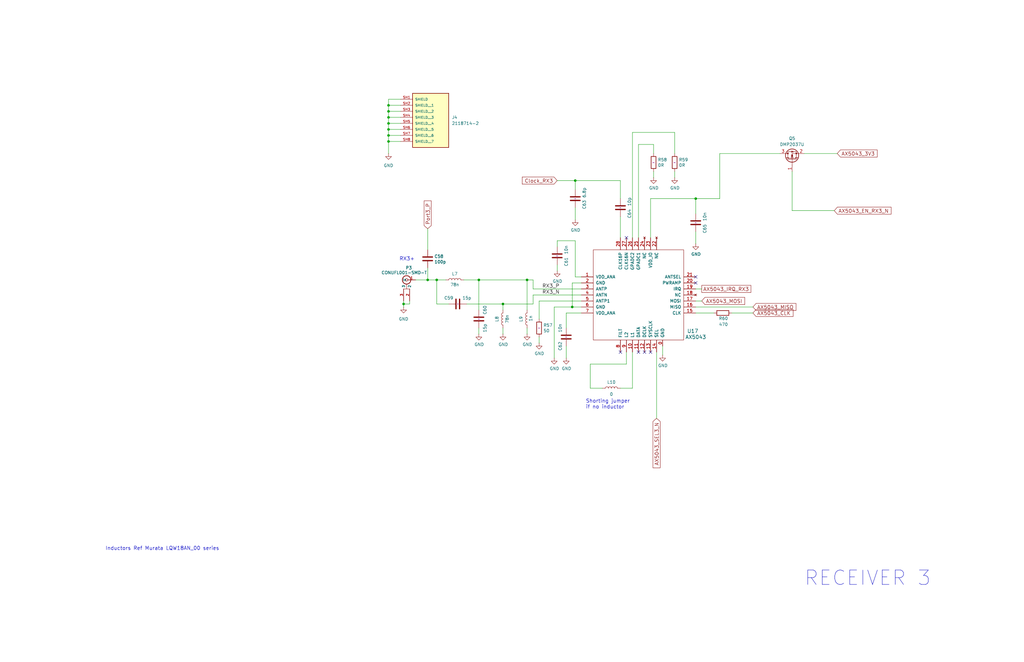
<source format=kicad_sch>
(kicad_sch (version 20250114) (generator "eeschema") (generator_version "9.0")
  (paper "USLedger")
  (title_block (title "Radiation Tolerant PacSat Communication") (date "2023-06-17") (rev "A") (company "AMSAT-NA") (comment 1 "N5BRG"))
  (lib_symbols
    (symbol "Device:C" (pin_numbers (hide yes)) (pin_names (offset 0.254))
      (property "Reference" "C" (at 0.635 2.54 0))
      (property "Value" "C" (at 0.635 -2.54 0))
      (symbol "C_0_1"
        (polyline (pts (xy -2.032 0.762) (xy 2.032 0.762)) (stroke (width 0.508)))
        (polyline (pts (xy -2.032 -0.762) (xy 2.032 -0.762)) (stroke (width 0.508)))
      )
      (symbol "C_1_1"
        (pin passive line (at 0 3.81 270) (length 2.794) (name "~") (number "1"))
        (pin passive line (at 0 -3.81 90) (length 2.794) (name "~") (number "2"))
      )
    )
    (symbol "Device:L" (pin_numbers (hide yes)) (pin_names (offset 1.016) (hide yes))
      (property "Reference" "L" (at -1.27 0 90))
      (property "Value" "L" (at 1.905 0 90))
      (symbol "L_0_1"
        (arc (start 0 2.54) (mid 0.6323 1.905) (end 0 1.27))
        (arc (start 0 1.27) (mid 0.6323 0.635) (end 0 0))
        (arc (start 0 0) (mid 0.6323 -0.635) (end 0 -1.27))
        (arc (start 0 -1.27) (mid 0.6323 -1.905) (end 0 -2.54))
      )
      (symbol "L_1_1"
        (pin passive line (at 0 3.81 270) (length 1.27) (name "1") (number "1"))
        (pin passive line (at 0 -3.81 90) (length 1.27) (name "2") (number "2"))
      )
    )
    (symbol "Device:R" (pin_numbers (hide yes)) (pin_names (offset 0))
      (property "Reference" "R" (at 2.032 0 90))
      (property "Value" "R" (at 0 0 90))
      (symbol "R_0_1"
        (rectangle (start -1.016 -2.54) (end 1.016 2.54) (stroke (width 0.254)))
      )
      (symbol "R_1_1"
        (pin passive line (at 0 3.81 270) (length 1.27) (name "~") (number "1"))
        (pin passive line (at 0 -3.81 90) (length 1.27) (name "~") (number "2"))
      )
    )
    (symbol "PACSAT_DEV_misc:2118714-2" (pin_names (offset 1.016))
      (property "Reference" "J" (at -7.62 3.302 0))
      (property "Value" "2118714-2" (at -7.62 -22.86 0))
      (symbol "2118714-2_0_0"
        (rectangle (start -7.62 -20.32) (end 7.62 2.54) (stroke (width 0.254)) (fill (type background)))
        (pin passive line (at -12.7 0 0) (length 5.08) (name "SHIELD") (number "SH1"))
        (pin passive line (at -12.7 -2.54 0) (length 5.08) (name "SHIELD__1") (number "SH2"))
        (pin passive line (at -12.7 -5.08 0) (length 5.08) (name "SHIELD__2") (number "SH3"))
        (pin passive line (at -12.7 -7.62 0) (length 5.08) (name "SHIELD__3") (number "SH4"))
        (pin passive line (at -12.7 -10.16 0) (length 5.08) (name "SHIELD__4") (number "SH5"))
        (pin passive line (at -12.7 -12.7 0) (length 5.08) (name "SHIELD__5") (number "SH6"))
        (pin passive line (at -12.7 -15.24 0) (length 5.08) (name "SHIELD__6") (number "SH7"))
        (pin passive line (at -12.7 -17.78 0) (length 5.08) (name "SHIELD__7") (number "SH8"))
      )
    )
    (symbol "PACSAT_DEV_misc:AX5043" (pin_names (offset 1.016))
      (property "Reference" "U156" (at 16.51 -21.59 0))
      (property "Value" "AX5043" (at -5.08 0 0))
      (symbol "AX5043_0_1"
        (rectangle (start -19.05 19.05) (end 19.05 -19.05))
      )
      (symbol "AX5043_1_1"
        (pin passive line (at -24.13 7.62 0) (length 5.08) (name "VDD_ANA") (number "1"))
        (pin input line (at -24.13 5.08 0) (length 5.08) (name "GND") (number "2"))
        (pin bidirectional line (at -24.13 2.54 0) (length 5.08) (name "ANTP") (number "3"))
        (pin bidirectional line (at -24.13 0 0) (length 5.08) (name "ANTN") (number "4"))
        (pin output line (at -24.13 -2.54 0) (length 5.08) (name "ANTP1") (number "5"))
        (pin input line (at -24.13 -5.08 0) (length 5.08) (name "GND") (number "6"))
        (pin passive line (at -24.13 -7.62 0) (length 5.08) (name "VDD_ANA") (number "7"))
        (pin passive line (at -7.62 24.13 270) (length 5.08) (name "CLK16P") (number "28"))
        (pin passive line (at -7.62 -24.13 90) (length 5.08) (name "FILT") (number "8"))
        (pin passive line (at -5.08 24.13 270) (length 5.08) (name "CLK16N") (number "27"))
        (pin passive line (at -5.08 -24.13 90) (length 5.08) (name "L2") (number "9"))
        (pin input line (at -2.54 24.13 270) (length 5.08) (name "GPADC2") (number "26"))
        (pin passive line (at -2.54 -24.13 90) (length 5.08) (name "L1") (number "10"))
        (pin input line (at 0 24.13 270) (length 5.08) (name "GPADC1") (number "25"))
        (pin input line (at 0 -24.13 90) (length 5.08) (name "DATA") (number "11"))
        (pin no_connect line (at 2.54 24.13 270) (length 5.08) (name "NC") (number "24"))
        (pin input line (at 2.54 -24.13 90) (length 5.08) (name "DCLK") (number "12"))
        (pin passive line (at 5.08 24.13 270) (length 5.08) (name "VDD_IO") (number "23"))
        (pin output line (at 5.08 -24.13 90) (length 5.08) (name "SYSCLK") (number "13"))
        (pin no_connect line (at 7.62 24.13 270) (length 5.08) (name "NC") (number "22"))
        (pin input line (at 7.62 -24.13 90) (length 5.08) (name "SEL") (number "14"))
        (pin power_in line (at 10.16 -21.59 90) (length 2.54) (name "GND") (number "0"))
        (pin output line (at 24.13 7.62 180) (length 5.08) (name "ANTSEL") (number "21"))
        (pin output line (at 24.13 5.08 180) (length 5.08) (name "PWRAMP") (number "20"))
        (pin output line (at 24.13 2.54 180) (length 5.08) (name "IRQ") (number "19"))
        (pin no_connect line (at 24.13 0 180) (length 5.08) (name "NC") (number "18"))
        (pin input line (at 24.13 -2.54 180) (length 5.08) (name "MOSI") (number "17"))
        (pin tri_state line (at 24.13 -5.08 180) (length 5.08) (name "MISO") (number "16"))
        (pin input line (at 24.13 -7.62 180) (length 5.08) (name "CLK") (number "15"))
      )
    )
    (symbol "PACSAT_DEV_misc:U_FL"
      (property "Reference" "U" (at -3.81 2.54 0))
      (symbol "U_FL_0_1"
        (polyline (pts (xy -1.27 -3.81) (xy 1.27 -3.81)))
        (circle (center 0 0) (radius 0.508) (stroke (width 0.2032)))
        (circle (center 0 0) (radius 1.778) (stroke (width 0.3048)))
        (polyline (pts (xy 0 -3.81) (xy 0 -1.778)))
      )
      (symbol "U_FL_1_1"
        (pin bidirectional line (at -3.81 0 0) (length 3.302) (name "In") (number "1"))
        (pin power_in line (at -1.27 -8.89 90) (length 5.08) (name "2") (number "2"))
        (pin power_in line (at 1.27 -8.89 90) (length 5.08) (name "3") (number "3"))
      )
    )
    (symbol "Transistor_FET:Q_PMOS_GSD" (pin_names (offset 0) (hide yes))
      (property "Reference" "Q" (at 5.08 1.905 0))
      (property "Value" "Q_PMOS_GSD" (at 5.08 0 0))
      (symbol "Q_PMOS_GSD_0_1"
        (polyline (pts (xy 0.254 1.905) (xy 0.254 -1.905)) (stroke (width 0.254)))
        (polyline (pts (xy 0.254 0) (xy -2.54 0)))
        (polyline (pts (xy 0.762 2.286) (xy 0.762 1.27)) (stroke (width 0.254)))
        (polyline (pts (xy 0.762 1.778) (xy 3.302 1.778) (xy 3.302 -1.778) (xy 0.762 -1.778)))
        (polyline (pts (xy 0.762 0.508) (xy 0.762 -0.508)) (stroke (width 0.254)))
        (polyline (pts (xy 0.762 -1.27) (xy 0.762 -2.286)) (stroke (width 0.254)))
        (circle (center 1.651 0) (radius 2.794) (stroke (width 0.254)))
        (polyline (pts (xy 2.286 0) (xy 1.27 0.381) (xy 1.27 -0.381) (xy 2.286 0)) (fill (type outline)))
        (polyline (pts (xy 2.54 2.54) (xy 2.54 1.778)))
        (circle (center 2.54 1.778) (radius 0.254) (fill (type outline)))
        (circle (center 2.54 -1.778) (radius 0.254) (fill (type outline)))
        (polyline (pts (xy 2.54 -2.54) (xy 2.54 0) (xy 0.762 0)))
        (polyline (pts (xy 2.921 -0.381) (xy 3.683 -0.381)))
        (polyline (pts (xy 3.302 -0.381) (xy 2.921 0.254) (xy 3.683 0.254) (xy 3.302 -0.381)))
      )
      (symbol "Q_PMOS_GSD_1_1"
        (pin input line (at -5.08 0 0) (length 2.54) (name "G") (number "1"))
        (pin passive line (at 2.54 5.08 270) (length 2.54) (name "D") (number "3"))
        (pin passive line (at 2.54 -5.08 90) (length 2.54) (name "S") (number "2"))
      )
    )
    (symbol "power:GND" (power) (pin_numbers (hide yes)) (pin_names (offset 0) (hide yes))
      (property "Value" "GND" (at 0 -3.81 0))
      (symbol "GND_0_1"
        (polyline (pts (xy 0 0) (xy 0 -1.27) (xy 1.27 -1.27) (xy 0 -2.54) (xy -1.27 -1.27) (xy 0 -1.27)))
      )
      (symbol "GND_1_1"
        (pin power_in line (at 0 0 270) (length 0) (name "~") (number "1"))
      )
    )
  )
  (text "RECEIVER 3" (at 339.09 247.65 0) (effects (font (size 6.096 6.096)) (justify left bottom)))
  (text "Shorting jumper\nif no inductor" (at 247.015 172.72 0) (effects (font (size 1.524 1.524)) (justify left bottom)))
  (text "Inductors Ref Murata LQW18AN_00 series" (at 44.45 232.41 0) (effects (font (size 1.524 1.524)) (justify left bottom)))
  (text "RX3+" (at 168.402 110.236 0) (effects (font (size 1.524 1.524)) (justify left bottom)))
  (junction (at 180.34 118.11))
  (junction (at 222.25 118.11))
  (junction (at 184.15 118.11))
  (junction (at 201.93 118.11))
  (junction (at 163.83 59.69))
  (junction (at 163.83 54.61))
  (junction (at 241.3 129.54))
  (junction (at 242.57 76.2))
  (junction (at 163.83 52.07))
  (junction (at 163.83 49.53))
  (junction (at 163.83 46.99))
  (junction (at 163.83 44.45))
  (junction (at 163.83 57.15))
  (junction (at 170.18 128.27))
  (junction (at 212.09 128.27))
  (junction (at 293.37 83.82))
  (no_connect (at 271.78 148.59))
  (no_connect (at 261.62 148.59))
  (no_connect (at 264.16 100.33))
  (no_connect (at 293.37 116.84))
  (no_connect (at 274.32 148.59))
  (no_connect (at 269.24 148.59))
  (no_connect (at 293.37 119.38))
  (wire (pts (xy 242.57 116.84) (xy 242.57 101.6)))
  (wire (pts (xy 269.24 60.96) (xy 275.59 60.96)))
  (wire (pts (xy 242.57 87.63) (xy 242.57 92.71)))
  (wire (pts (xy 227.33 127) (xy 227.33 134.62)))
  (wire (pts (xy 201.93 118.11) (xy 222.25 118.11)))
  (wire (pts (xy 293.37 83.82) (xy 303.53 83.82)))
  (wire (pts (xy 184.15 128.27) (xy 184.15 118.11)))
  (wire (pts (xy 245.11 116.84) (xy 242.57 116.84)))
  (wire (pts (xy 284.48 55.88) (xy 284.48 64.77)))
  (wire (pts (xy 303.53 64.77) (xy 328.93 64.77)))
  (wire (pts (xy 224.79 118.11) (xy 224.79 121.92)))
  (wire (pts (xy 261.62 163.83) (xy 266.7 163.83)))
  (wire (pts (xy 163.83 57.15) (xy 163.83 59.69)))
  (wire (pts (xy 175.26 118.11) (xy 180.34 118.11)))
  (wire (pts (xy 261.62 91.44) (xy 261.62 100.33)))
  (wire (pts (xy 261.62 76.2) (xy 242.57 76.2)))
  (wire (pts (xy 303.53 64.77) (xy 303.53 83.82)))
  (wire (pts (xy 163.83 44.45) (xy 168.91 44.45)))
  (wire (pts (xy 163.83 52.07) (xy 163.83 54.61)))
  (wire (pts (xy 233.68 151.13) (xy 233.68 129.54)))
  (wire (pts (xy 238.76 132.08) (xy 238.76 138.43)))
  (wire (pts (xy 234.95 111.76) (xy 234.95 114.3)))
  (wire (pts (xy 264.16 153.67) (xy 248.92 153.67)))
  (wire (pts (xy 293.37 90.17) (xy 293.37 83.82)))
  (wire (pts (xy 163.83 44.45) (xy 163.83 46.99)))
  (wire (pts (xy 261.62 76.2) (xy 261.62 83.82)))
  (wire (pts (xy 222.25 118.11) (xy 222.25 130.81)))
  (wire (pts (xy 224.79 128.27) (xy 224.79 124.46)))
  (wire (pts (xy 222.25 118.11) (xy 224.79 118.11)))
  (wire (pts (xy 234.95 101.6) (xy 234.95 104.14)))
  (wire (pts (xy 163.83 49.53) (xy 163.83 52.07)))
  (wire (pts (xy 163.83 46.99) (xy 168.91 46.99)))
  (wire (pts (xy 269.24 60.96) (xy 269.24 100.33)))
  (wire (pts (xy 180.34 118.11) (xy 184.15 118.11)))
  (wire (pts (xy 163.83 54.61) (xy 163.83 57.15)))
  (wire (pts (xy 163.83 54.61) (xy 168.91 54.61)))
  (wire (pts (xy 266.7 148.59) (xy 266.7 163.83)))
  (wire (pts (xy 170.18 127) (xy 170.18 128.27)))
  (wire (pts (xy 212.09 138.43) (xy 212.09 140.97)))
  (wire (pts (xy 170.18 128.27) (xy 172.72 128.27)))
  (wire (pts (xy 212.09 128.27) (xy 212.09 130.81)))
  (wire (pts (xy 248.92 153.67) (xy 248.92 163.83)))
  (wire (pts (xy 279.4 146.05) (xy 279.4 149.86)))
  (wire (pts (xy 242.57 101.6) (xy 234.95 101.6)))
  (wire (pts (xy 227.33 142.24) (xy 227.33 144.78)))
  (wire (pts (xy 163.83 49.53) (xy 168.91 49.53)))
  (wire (pts (xy 274.32 83.82) (xy 293.37 83.82)))
  (wire (pts (xy 180.34 96.52) (xy 180.34 105.41)))
  (wire (pts (xy 170.18 128.27) (xy 170.18 129.54)))
  (wire (pts (xy 184.15 118.11) (xy 187.96 118.11)))
  (wire (pts (xy 284.48 72.39) (xy 284.48 74.93)))
  (wire (pts (xy 172.72 127) (xy 172.72 128.27)))
  (wire (pts (xy 163.83 41.91) (xy 163.83 44.45)))
  (wire (pts (xy 201.93 118.11) (xy 201.93 130.81)))
  (wire (pts (xy 293.37 121.92) (xy 295.91 121.92)))
  (wire (pts (xy 227.33 127) (xy 245.11 127)))
  (wire (pts (xy 212.09 128.27) (xy 224.79 128.27)))
  (wire (pts (xy 293.37 127) (xy 295.91 127)))
  (wire (pts (xy 245.11 119.38) (xy 241.3 119.38)))
  (wire (pts (xy 276.86 148.59) (xy 276.86 176.53)))
  (wire (pts (xy 275.59 72.39) (xy 275.59 74.93)))
  (wire (pts (xy 238.76 146.05) (xy 238.76 151.13)))
  (wire (pts (xy 242.57 76.2) (xy 242.57 80.01)))
  (wire (pts (xy 293.37 97.79) (xy 293.37 102.87)))
  (wire (pts (xy 266.7 55.88) (xy 284.48 55.88)))
  (wire (pts (xy 274.32 100.33) (xy 274.32 83.82)))
  (wire (pts (xy 233.68 129.54) (xy 241.3 129.54)))
  (wire (pts (xy 163.83 41.91) (xy 168.91 41.91)))
  (wire (pts (xy 224.79 121.92) (xy 245.11 121.92)))
  (wire (pts (xy 163.83 46.99) (xy 163.83 49.53)))
  (wire (pts (xy 224.79 124.46) (xy 245.11 124.46)))
  (wire (pts (xy 234.95 76.2) (xy 242.57 76.2)))
  (wire (pts (xy 241.3 129.54) (xy 245.11 129.54)))
  (wire (pts (xy 334.01 72.39) (xy 334.01 88.9)))
  (wire (pts (xy 163.83 59.69) (xy 168.91 59.69)))
  (wire (pts (xy 196.85 128.27) (xy 212.09 128.27)))
  (wire (pts (xy 201.93 138.43) (xy 201.93 140.97)))
  (wire (pts (xy 248.92 163.83) (xy 254 163.83)))
  (wire (pts (xy 334.01 88.9) (xy 351.79 88.9)))
  (wire (pts (xy 308.61 132.08) (xy 317.5 132.08)))
  (wire (pts (xy 189.23 128.27) (xy 184.15 128.27)))
  (wire (pts (xy 293.37 132.08) (xy 300.99 132.08)))
  (wire (pts (xy 195.58 118.11) (xy 201.93 118.11)))
  (wire (pts (xy 163.83 57.15) (xy 168.91 57.15)))
  (wire (pts (xy 293.37 129.54) (xy 317.5 129.54)))
  (wire (pts (xy 241.3 119.38) (xy 241.3 129.54)))
  (wire (pts (xy 163.83 59.69) (xy 163.83 64.77)))
  (wire (pts (xy 245.11 132.08) (xy 238.76 132.08)))
  (wire (pts (xy 266.7 55.88) (xy 266.7 100.33)))
  (wire (pts (xy 222.25 138.43) (xy 222.25 140.97)))
  (wire (pts (xy 180.34 113.03) (xy 180.34 118.11)))
  (wire (pts (xy 264.16 148.59) (xy 264.16 153.67)))
  (wire (pts (xy 275.59 60.96) (xy 275.59 64.77)))
  (wire (pts (xy 339.09 64.77) (xy 353.06 64.77)))
  (wire (pts (xy 163.83 52.07) (xy 168.91 52.07)))
  (label "RX3_N" (at 228.6 124.46 0) (effects (font (size 1.524 1.524))))
  (label "RX3_P" (at 228.6 121.92 0) (effects (font (size 1.524 1.524))))
  (global_label "AX5043_SEL3_N" (shape input) (at 276.86 176.53 270) (effects (font (size 1.524 1.524))) (property "Intersheetrefs" "${INTERSHEET_REFS}" (effects (hide yes))))
  (global_label "AX5043_IRQ_RX3" (shape passive) (at 295.91 121.92 0) (effects (font (size 1.524 1.524))) (property "Intersheetrefs" "${INTERSHEET_REFS}" (effects (hide yes))))
  (global_label "Clock_RX3" (shape input) (at 234.95 76.2 180) (effects (font (size 1.524 1.524))) (property "Intersheetrefs" "${INTERSHEET_REFS}" (effects (hide yes))))
  (global_label "AX5043_CLK" (shape input) (at 317.5 132.08 0) (effects (font (size 1.524 1.524))) (property "Intersheetrefs" "${INTERSHEET_REFS}" (effects (hide yes))))
  (global_label "AX5043_MISO" (shape input) (at 317.5 129.54 0) (effects (font (size 1.524 1.524))) (property "Intersheetrefs" "${INTERSHEET_REFS}" (effects (hide yes))))
  (global_label "AX5043_MOSI" (shape input) (at 295.91 127 0) (effects (font (size 1.524 1.524))) (property "Intersheetrefs" "${INTERSHEET_REFS}" (effects (hide yes))))
  (global_label "Port3_P" (shape input) (at 180.34 96.52 90) (effects (font (size 1.524 1.524))) (property "Intersheetrefs" "${INTERSHEET_REFS}" (effects (hide yes))))
  (global_label "AX5043_3V3" (shape input) (at 353.06 64.77 0) (effects (font (size 1.524 1.524))) (property "Intersheetrefs" "${INTERSHEET_REFS}" (effects (hide yes))))
  (global_label "AX5043_EN_RX3_N" (shape input) (at 351.79 88.9 0) (effects (font (size 1.524 1.524))) (property "Intersheetrefs" "${INTERSHEET_REFS}" (effects (hide yes))))
  (symbol (lib_id "power:GND") (at 163.83 64.77 0) (unit 1)
    (property "Reference" "#PWR0136" (effects (hide yes)))
    (property "Value" "GND" (at 163.83 69.85 0))
  )
  (symbol (lib_id "Device:R") (at 275.59 68.58 0) (unit 1)
    (property "Reference" "R58" (at 277.368 67.4116 0) (effects (justify left)))
    (property "Value" "0R" (at 277.368 69.723 0) (effects (justify left)))
    (property "Footprint" "Resistor_SMD:R_0603_1608Metric_Pad0.98x0.95mm_HandSolder" (effects (hide yes)))
    (property "Datasheet" "~" (at 275.59 68.58 0))
  )
  (symbol (lib_id "Device:C") (at 180.34 109.22 0) (unit 1)
    (property "Reference" "C58" (at 183.134 108.204 0) (effects (justify left)))
    (property "Value" "100p" (at 183.134 110.5154 0) (effects (justify left)))
    (property "Footprint" "Resistor_SMD:R_0603_1608Metric_Pad0.98x0.95mm_HandSolder" (effects (hide yes)))
    (property "Description" "Unpolarized capacitor" (effects (hide yes)))
  )
  (symbol (lib_id "power:GND") (at 233.68 151.13 0) (unit 1)
    (property "Reference" "#PWR0142" (effects (hide yes)))
    (property "Value" "GND" (at 233.807 155.5242 0))
  )
  (symbol (lib_id "power:GND") (at 284.48 74.93 0) (unit 1)
    (property "Reference" "#PWR0148" (effects (hide yes)))
    (property "Value" "GND" (at 284.607 79.3242 0))
  )
  (symbol (lib_id "power:GND") (at 170.18 129.54 0) (unit 1)
    (property "Reference" "#PWR0137" (effects (hide yes)))
    (property "Value" "GND" (at 170.18 134.62 0))
  )
  (symbol (lib_id "Device:L") (at 212.09 134.62 180) (unit 1)
    (property "Reference" "L8" (at 209.55 134.62 90))
    (property "Value" "78n" (at 213.868 134.62 90))
    (property "Footprint" "Inductor_SMD:L_0603_1608Metric_Pad1.05x0.95mm_HandSolder" (effects (hide yes)))
  )
  (symbol (lib_id "PACSAT_DEV_misc:2118714-2") (at 181.61 41.91 0) (unit 1)
    (property "Reference" "J4" (at 190.5 49.5299 0) (effects (justify left)))
    (property "Value" "2118714-2" (at 190.5 52.0699 0) (effects (justify left)))
    (property "Footprint" "PacSatDev_misc:TE_2118714-2" (effects (hide yes)))
    (property "PARTREV" "A2" (effects (hide yes)))
    (property "MANUFACTURER" "TE Connectivity" (effects (hide yes)))
    (property "MAXIMUM_PACKAGE_HEIGHT" "2.54mm" (effects (hide yes)))
    (property "STANDARD" "Manufacturer Recommendations" (effects (hide yes)))
  )
  (symbol (lib_id "power:GND") (at 242.57 92.71 0) (unit 1)
    (property "Reference" "#PWR0145" (effects (hide yes)))
    (property "Value" "GND" (at 242.697 97.1042 0))
  )
  (symbol (lib_id "Device:C") (at 193.04 128.27 270) (unit 1)
    (property "Reference" "C59" (at 189.23 125.73 90))
    (property "Value" "15p" (at 196.85 125.73 90))
    (property "Footprint" "Capacitor_SMD:C_0603_1608Metric_Pad1.08x0.95mm_HandSolder" (effects (hide yes)))
    (property "Datasheet" "~" (at 193.04 128.27 0))
  )
  (symbol (lib_id "power:GND") (at 293.37 102.87 0) (unit 1)
    (property "Reference" "#PWR0149" (effects (hide yes)))
    (property "Value" "GND" (at 293.497 107.2642 0))
  )
  (symbol (lib_id "power:GND") (at 212.09 140.97 0) (unit 1)
    (property "Reference" "#PWR0139" (effects (hide yes)))
    (property "Value" "GND" (at 212.217 145.3642 0))
  )
  (symbol (lib_id "Device:C") (at 238.76 142.24 0) (unit 1)
    (property "Reference" "C62" (at 236.22 146.05 90))
    (property "Value" "10n" (at 236.22 138.43 90))
    (property "Footprint" "Capacitor_SMD:C_0603_1608Metric_Pad1.08x0.95mm_HandSolder" (effects (hide yes)))
    (property "Datasheet" "~" (at 238.76 142.24 0))
  )
  (symbol (lib_id "PACSAT_DEV_misc:U_FL") (at 171.45 118.11 0) (mirror y) (unit 1)
    (property "Reference" "P3" (at 173.736 113.03 0) (effects (justify left)))
    (property "Value" "CONUFL001-SMD-T" (at 170.434 115.062 0))
    (property "Footprint" "PacSatDev_misc:CONN1_CONUFL_TEC" (effects (hide yes)))
  )
  (symbol (lib_id "Device:R") (at 284.48 68.58 0) (unit 1)
    (property "Reference" "R59" (at 286.258 67.4116 0) (effects (justify left)))
    (property "Value" "0R" (at 286.258 69.723 0) (effects (justify left)))
    (property "Footprint" "Resistor_SMD:R_0603_1608Metric_Pad0.98x0.95mm_HandSolder" (effects (hide yes)))
    (property "Datasheet" "~" (at 284.48 68.58 0))
  )
  (symbol (lib_id "power:GND") (at 222.25 140.97 0) (unit 1)
    (property "Reference" "#PWR0140" (effects (hide yes)))
    (property "Value" "GND" (at 222.377 145.3642 0))
  )
  (symbol (lib_id "power:GND") (at 201.93 140.97 0) (unit 1)
    (property "Reference" "#PWR0138" (effects (hide yes)))
    (property "Value" "GND" (at 202.057 145.3642 0))
  )
  (symbol (lib_id "power:GND") (at 275.59 74.93 0) (unit 1)
    (property "Reference" "#PWR0146" (effects (hide yes)))
    (property "Value" "GND" (at 275.717 79.3242 0))
  )
  (symbol (lib_id "Device:R") (at 304.8 132.08 90) (unit 1)
    (property "Reference" "R60" (at 305.054 134.366 90))
    (property "Value" "470" (at 305.054 136.906 90))
    (property "Footprint" "Resistor_SMD:R_0603_1608Metric_Pad0.98x0.95mm_HandSolder" (effects (hide yes)))
    (property "Description" "Resistor" (effects (hide yes)))
  )
  (symbol (lib_id "Device:L") (at 257.81 163.83 90) (unit 1)
    (property "Reference" "L10" (at 257.81 161.29 90))
    (property "Value" "0" (at 257.81 166.37 90))
    (property "Footprint" "Inductor_SMD:L_0603_1608Metric_Pad1.05x0.95mm_HandSolder" (effects (hide yes)))
  )
  (symbol (lib_id "Transistor_FET:Q_PMOS_GSD") (at 334.01 67.31 90) (unit 1)
    (property "Reference" "Q5" (at 334.01 58.42 90))
    (property "Value" "DMP2037U" (at 334.01 60.96 90))
    (property "Footprint" "Package_TO_SOT_SMD:SOT-23" (effects (hide yes)))
    (property "Description" "P-MOSFET transistor, gate/source/drain" (effects (hide yes)))
  )
  (symbol (lib_id "Device:C") (at 201.93 134.62 180) (unit 1)
    (property "Reference" "C60" (at 204.47 130.81 90))
    (property "Value" "15p" (at 204.47 138.43 90))
    (property "Footprint" "Capacitor_SMD:C_0603_1608Metric_Pad1.08x0.95mm_HandSolder" (effects (hide yes)))
    (property "Datasheet" "~" (at 201.93 134.62 0))
  )
  (symbol (lib_id "Device:C") (at 261.62 87.63 0) (unit 1)
    (property "Reference" "C64" (at 265.43 90.17 90))
    (property "Value" "10p" (at 265.43 85.09 90))
    (property "Footprint" "Capacitor_SMD:C_0603_1608Metric_Pad1.08x0.95mm_HandSolder" (effects (hide yes)))
    (property "Datasheet" "~" (at 261.62 87.63 0))
  )
  (symbol (lib_id "power:GND") (at 279.4 149.86 0) (unit 1)
    (property "Reference" "#PWR0147" (effects (hide yes)))
    (property "Value" "GND" (at 279.527 154.2542 0))
  )
  (symbol (lib_id "Device:C") (at 234.95 107.95 0) (unit 1)
    (property "Reference" "C61" (at 238.76 110.49 90))
    (property "Value" "10n" (at 238.76 105.41 90))
    (property "Footprint" "Capacitor_SMD:C_0603_1608Metric_Pad1.08x0.95mm_HandSolder" (effects (hide yes)))
    (property "Datasheet" "~" (at 234.95 107.95 0))
  )
  (symbol (lib_id "power:GND") (at 234.95 114.3 0) (unit 1)
    (property "Reference" "#PWR0143" (effects (hide yes)))
    (property "Value" "GND" (at 235.077 118.6942 0))
  )
  (symbol (lib_id "Device:R") (at 227.33 138.43 0) (unit 1)
    (property "Reference" "R57" (at 229.108 137.2616 0) (effects (justify left)))
    (property "Value" "50" (at 229.108 139.573 0) (effects (justify left)))
    (property "Footprint" "Resistor_SMD:R_0603_1608Metric_Pad0.98x0.95mm_HandSolder" (effects (hide yes)))
    (property "Datasheet" "~" (at 227.33 138.43 0))
  )
  (symbol (lib_id "Device:L") (at 191.77 118.11 90) (unit 1)
    (property "Reference" "L7" (at 191.77 115.57 90))
    (property "Value" "78n" (at 191.77 120.142 90))
    (property "Footprint" "Inductor_SMD:L_0603_1608Metric_Pad1.05x0.95mm_HandSolder" (effects (hide yes)))
  )
  (symbol (lib_id "Device:L") (at 222.25 134.62 180) (unit 1)
    (property "Reference" "L9" (at 219.71 134.62 90))
    (property "Value" "1n" (at 223.774 134.366 90))
    (property "Footprint" "Inductor_SMD:L_0603_1608Metric_Pad1.05x0.95mm_HandSolder" (effects (hide yes)))
  )
  (symbol (lib_id "power:GND") (at 238.76 151.13 0) (unit 1)
    (property "Reference" "#PWR0144" (effects (hide yes)))
    (property "Value" "GND" (at 238.887 155.5242 0))
  )
  (symbol (lib_id "power:GND") (at 227.33 144.78 0) (unit 1)
    (property "Reference" "#PWR0141" (effects (hide yes)))
    (property "Value" "GND" (at 227.457 149.1742 0))
  )
  (symbol (lib_id "Device:C") (at 293.37 93.98 0) (unit 1)
    (property "Reference" "C65" (at 297.18 96.52 90))
    (property "Value" "10n" (at 297.18 91.44 90))
    (property "Footprint" "Capacitor_SMD:C_0603_1608Metric_Pad1.08x0.95mm_HandSolder" (effects (hide yes)))
    (property "Datasheet" "~" (at 293.37 93.98 0))
  )
  (symbol (lib_id "Device:C") (at 242.57 83.82 0) (unit 1)
    (property "Reference" "C63" (at 246.38 86.36 90))
    (property "Value" "6.8p" (at 246.38 81.28 90))
    (property "Footprint" "Capacitor_SMD:C_0603_1608Metric_Pad1.08x0.95mm_HandSolder" (effects (hide yes)))
    (property "Datasheet" "~" (at 242.57 83.82 0))
  )
  (symbol (lib_id "PACSAT_DEV_misc:AX5043") (at 269.24 124.46 0) (unit 1)
    (property "Reference" "U17" (at 292.1 139.7 0) (effects (font (size 1.524 1.524))))
    (property "Value" "AX5043" (at 293.37 142.24 0) (effects (font (size 1.524 1.524))))
    (property "Footprint" "PacSatDev_onsemi:QFN28" (effects (hide yes)))
  )
)
</source>
